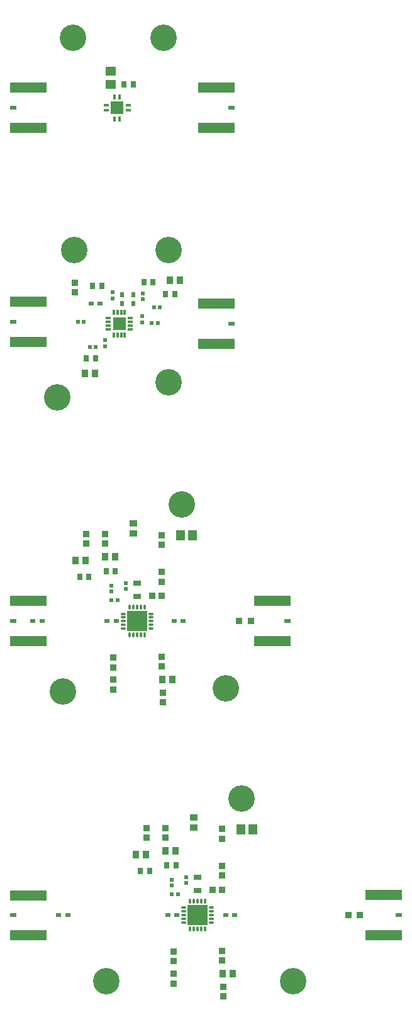
<source format=gtp>
G04*
G04 #@! TF.GenerationSoftware,Altium Limited,Altium Designer,22.10.1 (41)*
G04*
G04 Layer_Color=8421504*
%FSLAX25Y25*%
%MOIN*%
G70*
G04*
G04 #@! TF.SameCoordinates,10B0A499-9DE9-419A-BA03-DC6469FBBFFB*
G04*
G04*
G04 #@! TF.FilePolarity,Positive*
G04*
G01*
G75*
%ADD15R,0.03543X0.02402*%
%ADD16R,0.19685X0.05512*%
%ADD17R,0.03740X0.03347*%
%ADD18R,0.05118X0.05512*%
%ADD19R,0.03150X0.03543*%
%ADD20R,0.02126X0.01890*%
%ADD21R,0.03543X0.03937*%
%ADD22R,0.03937X0.03543*%
%ADD23C,0.14016*%
%ADD24R,0.01890X0.02126*%
%ADD25R,0.02126X0.02165*%
%ADD26R,0.02165X0.02126*%
%ADD27R,0.02953X0.02362*%
%ADD28R,0.04449X0.02992*%
%ADD29R,0.03347X0.03740*%
%ADD30R,0.03543X0.03543*%
%ADD31R,0.06693X0.06693*%
%ADD32R,0.01181X0.03110*%
%ADD33R,0.03110X0.01181*%
%ADD34R,0.02953X0.02362*%
%ADD35R,0.06693X0.06693*%
%ADD36R,0.01181X0.02953*%
%ADD37R,0.02953X0.01181*%
%ADD38R,0.05315X0.04528*%
%ADD39R,0.02362X0.02953*%
%ADD40R,0.10630X0.10630*%
G04:AMPARAMS|DCode=41|XSize=12.01mil|YSize=27.56mil|CornerRadius=6mil|HoleSize=0mil|Usage=FLASHONLY|Rotation=0.000|XOffset=0mil|YOffset=0mil|HoleType=Round|Shape=RoundedRectangle|*
%AMROUNDEDRECTD41*
21,1,0.01201,0.01555,0,0,0.0*
21,1,0.00000,0.02756,0,0,0.0*
1,1,0.01201,0.00000,-0.00778*
1,1,0.01201,0.00000,-0.00778*
1,1,0.01201,0.00000,0.00778*
1,1,0.01201,0.00000,0.00778*
%
%ADD41ROUNDEDRECTD41*%
G04:AMPARAMS|DCode=42|XSize=27.56mil|YSize=12.01mil|CornerRadius=6mil|HoleSize=0mil|Usage=FLASHONLY|Rotation=0.000|XOffset=0mil|YOffset=0mil|HoleType=Round|Shape=RoundedRectangle|*
%AMROUNDEDRECTD42*
21,1,0.02756,0.00000,0,0,0.0*
21,1,0.01555,0.01201,0,0,0.0*
1,1,0.01201,0.00778,0.00000*
1,1,0.01201,-0.00778,0.00000*
1,1,0.01201,-0.00778,0.00000*
1,1,0.01201,0.00778,0.00000*
%
%ADD42ROUNDEDRECTD42*%
D15*
X1773Y137370D02*
D03*
X206196Y137500D02*
D03*
X147295Y293073D02*
D03*
X1771D02*
D03*
Y451592D02*
D03*
X117574Y450553D02*
D03*
Y564726D02*
D03*
X1771D02*
D03*
D16*
X9843Y148000D02*
D03*
Y126740D02*
D03*
X198126Y126870D02*
D03*
Y148130D02*
D03*
X139224Y282443D02*
D03*
Y303702D02*
D03*
X9842D02*
D03*
Y282443D02*
D03*
Y462222D02*
D03*
Y440962D02*
D03*
X109503Y439923D02*
D03*
Y461183D02*
D03*
Y575356D02*
D03*
Y554096D02*
D03*
X9842D02*
D03*
Y575356D02*
D03*
D17*
X54814Y268651D02*
D03*
Y273769D02*
D03*
X80503Y319092D02*
D03*
Y313974D02*
D03*
X40503Y334033D02*
D03*
Y339151D02*
D03*
X50503Y334033D02*
D03*
Y339151D02*
D03*
X81003Y250033D02*
D03*
Y255151D02*
D03*
X80503Y269033D02*
D03*
Y274151D02*
D03*
Y333533D02*
D03*
Y338651D02*
D03*
X34503Y467033D02*
D03*
Y472151D02*
D03*
X54857Y256913D02*
D03*
Y262031D02*
D03*
X112554Y183048D02*
D03*
Y177930D02*
D03*
X82554Y183548D02*
D03*
Y178430D02*
D03*
X72554Y183548D02*
D03*
Y178430D02*
D03*
X112554Y158371D02*
D03*
Y163489D02*
D03*
X86865Y118166D02*
D03*
Y113048D02*
D03*
X112554Y118548D02*
D03*
Y113430D02*
D03*
X86907Y106428D02*
D03*
Y101310D02*
D03*
X113054Y99548D02*
D03*
Y94430D02*
D03*
D18*
X122404Y182989D02*
D03*
X128703D02*
D03*
X96653Y338592D02*
D03*
X90354D02*
D03*
D19*
X48729Y470644D02*
D03*
X43808D02*
D03*
X65464Y577092D02*
D03*
X60543D02*
D03*
X41964Y316592D02*
D03*
X37043D02*
D03*
X55964Y319592D02*
D03*
X51043D02*
D03*
X40543Y432092D02*
D03*
X45464D02*
D03*
X82543Y466092D02*
D03*
X87464D02*
D03*
X71043Y472592D02*
D03*
X75964D02*
D03*
X83093Y163989D02*
D03*
X88014D02*
D03*
X69093Y160989D02*
D03*
X74014D02*
D03*
D20*
X70110Y451196D02*
D03*
Y454660D02*
D03*
X50503Y438360D02*
D03*
Y441824D02*
D03*
D21*
X50346Y327092D02*
D03*
X55661D02*
D03*
X34846Y325092D02*
D03*
X40161D02*
D03*
X86161Y262092D02*
D03*
X80846D02*
D03*
X45161Y424092D02*
D03*
X39846D02*
D03*
X90161Y473592D02*
D03*
X84846D02*
D03*
X87711Y171489D02*
D03*
X82396D02*
D03*
X72211Y169489D02*
D03*
X66896D02*
D03*
X112896Y106489D02*
D03*
X118211D02*
D03*
D22*
X65504Y339435D02*
D03*
Y344750D02*
D03*
X97554Y189147D02*
D03*
Y183832D02*
D03*
D23*
X81500Y602000D02*
D03*
X114504Y257592D02*
D03*
X25000Y411500D02*
D03*
X34000Y489500D02*
D03*
X33500Y602000D02*
D03*
X84000Y489500D02*
D03*
X84000Y419555D02*
D03*
X28000Y256000D02*
D03*
X91000Y355000D02*
D03*
X122771Y199073D02*
D03*
X51271Y102573D02*
D03*
X150271D02*
D03*
D24*
X57236Y304092D02*
D03*
X53771D02*
D03*
X85821Y148489D02*
D03*
X89286D02*
D03*
D25*
X61503Y313128D02*
D03*
Y310057D02*
D03*
X53798Y311810D02*
D03*
Y308739D02*
D03*
X54434Y467038D02*
D03*
Y463967D02*
D03*
X70503Y463557D02*
D03*
Y466628D02*
D03*
X93554Y154454D02*
D03*
Y157525D02*
D03*
X85848Y153136D02*
D03*
Y156207D02*
D03*
D26*
X78311Y450760D02*
D03*
X75240D02*
D03*
X45539Y438092D02*
D03*
X42468D02*
D03*
X39039Y451592D02*
D03*
X35968D02*
D03*
X79539Y459092D02*
D03*
X76468D02*
D03*
D27*
X87025Y293073D02*
D03*
X91946D02*
D03*
X17040D02*
D03*
X12118D02*
D03*
X51461D02*
D03*
X56382D02*
D03*
X25959Y137370D02*
D03*
X30880D02*
D03*
X114340Y137469D02*
D03*
X119262D02*
D03*
X83690Y137428D02*
D03*
X88611D02*
D03*
D28*
X67503Y313037D02*
D03*
Y306147D02*
D03*
X99554Y150544D02*
D03*
Y157434D02*
D03*
D29*
X75444Y306592D02*
D03*
X80563D02*
D03*
X107495Y150989D02*
D03*
X112613D02*
D03*
D30*
X121432Y293073D02*
D03*
X127731D02*
D03*
X179305Y137469D02*
D03*
X185604D02*
D03*
D31*
X56825Y564726D02*
D03*
D32*
X55526Y570573D02*
D03*
X58125D02*
D03*
Y558880D02*
D03*
X55526D02*
D03*
D33*
X62672Y566025D02*
D03*
Y563427D02*
D03*
X50979D02*
D03*
Y566025D02*
D03*
D34*
X43240Y461092D02*
D03*
X47767D02*
D03*
D35*
X58003Y450553D02*
D03*
D36*
X55051Y456458D02*
D03*
X57019D02*
D03*
X58988D02*
D03*
X60956D02*
D03*
Y444647D02*
D03*
X58988D02*
D03*
X57019D02*
D03*
X55051D02*
D03*
D37*
X63909Y453506D02*
D03*
Y451537D02*
D03*
Y449569D02*
D03*
Y447600D02*
D03*
X52098D02*
D03*
Y449569D02*
D03*
Y451537D02*
D03*
Y453506D02*
D03*
D38*
X53504Y577147D02*
D03*
Y584037D02*
D03*
D39*
X59504Y461328D02*
D03*
Y465856D02*
D03*
X65342Y461289D02*
D03*
Y465816D02*
D03*
D40*
X67401Y293073D02*
D03*
X99451Y137469D02*
D03*
D41*
X63464Y300454D02*
D03*
X65432D02*
D03*
X67401D02*
D03*
X69369D02*
D03*
X71338D02*
D03*
Y285691D02*
D03*
X69369D02*
D03*
X67401D02*
D03*
X65432D02*
D03*
X63464D02*
D03*
X95514Y130088D02*
D03*
X97483D02*
D03*
X99451D02*
D03*
X101419D02*
D03*
X103388D02*
D03*
Y144851D02*
D03*
X101419D02*
D03*
X99451D02*
D03*
X97483D02*
D03*
X95514D02*
D03*
D42*
X74783Y297009D02*
D03*
Y295041D02*
D03*
Y293073D02*
D03*
Y291104D02*
D03*
Y289136D02*
D03*
X60019D02*
D03*
Y291104D02*
D03*
Y293073D02*
D03*
Y295041D02*
D03*
Y297009D02*
D03*
X92069Y141407D02*
D03*
Y139438D02*
D03*
Y137469D02*
D03*
Y135501D02*
D03*
Y133533D02*
D03*
X106833D02*
D03*
Y135501D02*
D03*
Y137469D02*
D03*
Y139438D02*
D03*
Y141407D02*
D03*
M02*

</source>
